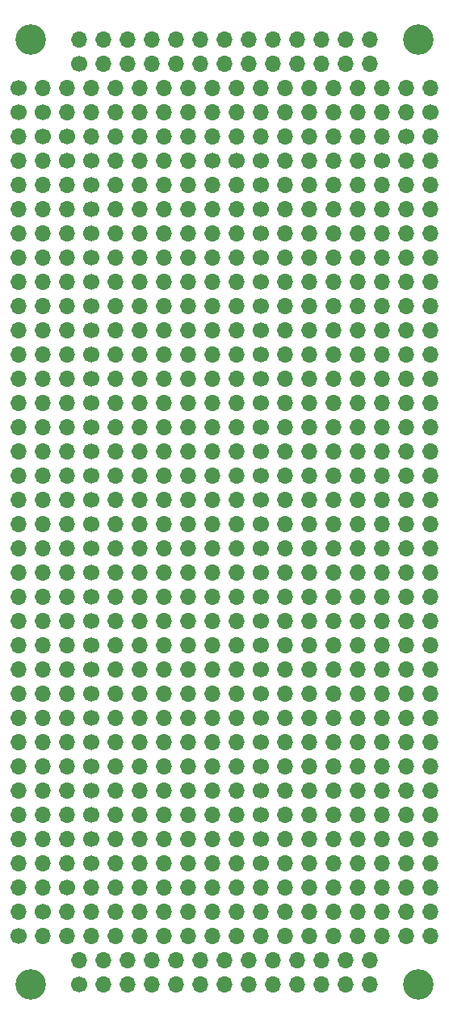
<source format=gbr>
%TF.GenerationSoftware,KiCad,Pcbnew,(6.0.5)*%
%TF.CreationDate,2022-09-13T18:20:42-04:00*%
%TF.ProjectId,protoboard,70726f74-6f62-46f6-9172-642e6b696361,0.1*%
%TF.SameCoordinates,Original*%
%TF.FileFunction,Soldermask,Bot*%
%TF.FilePolarity,Negative*%
%FSLAX46Y46*%
G04 Gerber Fmt 4.6, Leading zero omitted, Abs format (unit mm)*
G04 Created by KiCad (PCBNEW (6.0.5)) date 2022-09-13 18:20:42*
%MOMM*%
%LPD*%
G01*
G04 APERTURE LIST*
%ADD10C,1.700000*%
%ADD11O,1.700000X1.700000*%
%ADD12C,3.200000*%
G04 APERTURE END LIST*
D10*
%TO.C,J42*%
X116840000Y-111760000D03*
D11*
X119380000Y-111760000D03*
X121920000Y-111760000D03*
X124460000Y-111760000D03*
X127000000Y-111760000D03*
%TD*%
D10*
%TO.C,J5*%
X116840000Y-114300000D03*
D11*
X119380000Y-114300000D03*
X121920000Y-114300000D03*
X124460000Y-114300000D03*
X127000000Y-114300000D03*
%TD*%
D10*
%TO.C,J27*%
X134620000Y-142240000D03*
D11*
X137160000Y-142240000D03*
X139700000Y-142240000D03*
X142240000Y-142240000D03*
X144780000Y-142240000D03*
%TD*%
D10*
%TO.C,J9*%
X134620000Y-124460000D03*
D11*
X137160000Y-124460000D03*
X139700000Y-124460000D03*
X142240000Y-124460000D03*
X144780000Y-124460000D03*
%TD*%
D10*
%TO.C,J60*%
X134620000Y-121920000D03*
D11*
X137160000Y-121920000D03*
X139700000Y-121920000D03*
X142240000Y-121920000D03*
X144780000Y-121920000D03*
%TD*%
D12*
%TO.C,H4*%
X151130000Y-154940000D03*
%TD*%
D10*
%TO.C,J47*%
X134620000Y-78740000D03*
D11*
X137160000Y-78740000D03*
X139700000Y-78740000D03*
X142240000Y-78740000D03*
X144780000Y-78740000D03*
%TD*%
D10*
%TO.C,J34*%
X134620000Y-104140000D03*
D11*
X137160000Y-104140000D03*
X139700000Y-104140000D03*
X142240000Y-104140000D03*
X144780000Y-104140000D03*
%TD*%
D10*
%TO.C,J23*%
X116840000Y-101600000D03*
D11*
X119380000Y-101600000D03*
X121920000Y-101600000D03*
X124460000Y-101600000D03*
X127000000Y-101600000D03*
%TD*%
D10*
%TO.C,J53*%
X116840000Y-132080000D03*
D11*
X119380000Y-132080000D03*
X121920000Y-132080000D03*
X124460000Y-132080000D03*
X127000000Y-132080000D03*
%TD*%
D10*
%TO.C,J68*%
X109220000Y-63500000D03*
D11*
X109220000Y-66040000D03*
X109220000Y-68580000D03*
X109220000Y-71120000D03*
X109220000Y-73660000D03*
X109220000Y-76200000D03*
X109220000Y-78740000D03*
X109220000Y-81280000D03*
X109220000Y-83820000D03*
X109220000Y-86360000D03*
X109220000Y-88900000D03*
X109220000Y-91440000D03*
X109220000Y-93980000D03*
X109220000Y-96520000D03*
X109220000Y-99060000D03*
X109220000Y-101600000D03*
X109220000Y-104140000D03*
X109220000Y-106680000D03*
X109220000Y-109220000D03*
X109220000Y-111760000D03*
X109220000Y-114300000D03*
X109220000Y-116840000D03*
X109220000Y-119380000D03*
X109220000Y-121920000D03*
X109220000Y-124460000D03*
X109220000Y-127000000D03*
X109220000Y-129540000D03*
X109220000Y-132080000D03*
X109220000Y-134620000D03*
X109220000Y-137160000D03*
X109220000Y-139700000D03*
X109220000Y-142240000D03*
X109220000Y-144780000D03*
X109220000Y-147320000D03*
%TD*%
D10*
%TO.C,J8*%
X116840000Y-73660000D03*
D11*
X119380000Y-73660000D03*
X121920000Y-73660000D03*
X124460000Y-73660000D03*
X127000000Y-73660000D03*
%TD*%
D10*
%TO.C,J20*%
X134620000Y-99060000D03*
D11*
X137160000Y-99060000D03*
X139700000Y-99060000D03*
X142240000Y-99060000D03*
X144780000Y-99060000D03*
%TD*%
D10*
%TO.C,J62*%
X147320000Y-68580000D03*
D11*
X147320000Y-71120000D03*
X147320000Y-73660000D03*
X147320000Y-76200000D03*
X147320000Y-78740000D03*
X147320000Y-81280000D03*
X147320000Y-83820000D03*
X147320000Y-86360000D03*
X147320000Y-88900000D03*
X147320000Y-91440000D03*
X147320000Y-93980000D03*
X147320000Y-96520000D03*
X147320000Y-99060000D03*
X147320000Y-101600000D03*
X147320000Y-104140000D03*
X147320000Y-106680000D03*
X147320000Y-109220000D03*
X147320000Y-111760000D03*
X147320000Y-114300000D03*
X147320000Y-116840000D03*
X147320000Y-119380000D03*
X147320000Y-121920000D03*
X147320000Y-124460000D03*
X147320000Y-127000000D03*
X147320000Y-129540000D03*
X147320000Y-132080000D03*
X147320000Y-134620000D03*
X147320000Y-137160000D03*
X147320000Y-139700000D03*
X147320000Y-142240000D03*
%TD*%
D10*
%TO.C,J49*%
X116840000Y-119380000D03*
D11*
X119380000Y-119380000D03*
X121920000Y-119380000D03*
X124460000Y-119380000D03*
X127000000Y-119380000D03*
%TD*%
D10*
%TO.C,J48*%
X116840000Y-91440000D03*
D11*
X119380000Y-91440000D03*
X121920000Y-91440000D03*
X124460000Y-91440000D03*
X127000000Y-91440000D03*
%TD*%
D10*
%TO.C,J64*%
X132080000Y-68580000D03*
D11*
X132080000Y-71120000D03*
X132080000Y-73660000D03*
X132080000Y-76200000D03*
X132080000Y-78740000D03*
X132080000Y-81280000D03*
X132080000Y-83820000D03*
X132080000Y-86360000D03*
X132080000Y-88900000D03*
X132080000Y-91440000D03*
X132080000Y-93980000D03*
X132080000Y-96520000D03*
X132080000Y-99060000D03*
X132080000Y-101600000D03*
X132080000Y-104140000D03*
X132080000Y-106680000D03*
X132080000Y-109220000D03*
X132080000Y-111760000D03*
X132080000Y-114300000D03*
X132080000Y-116840000D03*
X132080000Y-119380000D03*
X132080000Y-121920000D03*
X132080000Y-124460000D03*
X132080000Y-127000000D03*
X132080000Y-129540000D03*
X132080000Y-132080000D03*
X132080000Y-134620000D03*
X132080000Y-137160000D03*
X132080000Y-139700000D03*
X132080000Y-142240000D03*
%TD*%
D10*
%TO.C,J29*%
X116840000Y-104140000D03*
D11*
X119380000Y-104140000D03*
X121920000Y-104140000D03*
X124460000Y-104140000D03*
X127000000Y-104140000D03*
%TD*%
D10*
%TO.C,J6*%
X116840000Y-96520000D03*
D11*
X119380000Y-96520000D03*
X121920000Y-96520000D03*
X124460000Y-96520000D03*
X127000000Y-96520000D03*
%TD*%
D10*
%TO.C,J2*%
X116840000Y-109220000D03*
D11*
X119380000Y-109220000D03*
X121920000Y-109220000D03*
X124460000Y-109220000D03*
X127000000Y-109220000D03*
%TD*%
D10*
%TO.C,J59*%
X134620000Y-91440000D03*
D11*
X137160000Y-91440000D03*
X139700000Y-91440000D03*
X142240000Y-91440000D03*
X144780000Y-91440000D03*
%TD*%
D10*
%TO.C,J25*%
X134620000Y-83820000D03*
D11*
X137160000Y-83820000D03*
X139700000Y-83820000D03*
X142240000Y-83820000D03*
X144780000Y-83820000D03*
%TD*%
D10*
%TO.C,J57*%
X134620000Y-129540000D03*
D11*
X137160000Y-129540000D03*
X139700000Y-129540000D03*
X142240000Y-129540000D03*
X144780000Y-129540000D03*
%TD*%
D10*
%TO.C,J72*%
X111760000Y-147320000D03*
D11*
X114300000Y-147320000D03*
X116840000Y-147320000D03*
X119380000Y-147320000D03*
X121920000Y-147320000D03*
X124460000Y-147320000D03*
X127000000Y-147320000D03*
X129540000Y-147320000D03*
X132080000Y-147320000D03*
X134620000Y-147320000D03*
X137160000Y-147320000D03*
X139700000Y-147320000D03*
X142240000Y-147320000D03*
X144780000Y-147320000D03*
X147320000Y-147320000D03*
X149860000Y-147320000D03*
%TD*%
D10*
%TO.C,J50*%
X116840000Y-78740000D03*
D11*
X119380000Y-78740000D03*
X121920000Y-78740000D03*
X124460000Y-78740000D03*
X127000000Y-78740000D03*
%TD*%
D10*
%TO.C,J16*%
X134620000Y-111760000D03*
D11*
X137160000Y-111760000D03*
X139700000Y-111760000D03*
X142240000Y-111760000D03*
X144780000Y-111760000D03*
%TD*%
D10*
%TO.C,J69*%
X109220000Y-60960000D03*
D11*
X111760000Y-60960000D03*
X114300000Y-60960000D03*
X116840000Y-60960000D03*
X119380000Y-60960000D03*
X121920000Y-60960000D03*
X124460000Y-60960000D03*
X127000000Y-60960000D03*
X129540000Y-60960000D03*
X132080000Y-60960000D03*
X134620000Y-60960000D03*
X137160000Y-60960000D03*
X139700000Y-60960000D03*
X142240000Y-60960000D03*
X144780000Y-60960000D03*
X147320000Y-60960000D03*
X149860000Y-60960000D03*
X152400000Y-60960000D03*
%TD*%
D10*
%TO.C,J67*%
X152400000Y-63500000D03*
D11*
X152400000Y-66040000D03*
X152400000Y-68580000D03*
X152400000Y-71120000D03*
X152400000Y-73660000D03*
X152400000Y-76200000D03*
X152400000Y-78740000D03*
X152400000Y-81280000D03*
X152400000Y-83820000D03*
X152400000Y-86360000D03*
X152400000Y-88900000D03*
X152400000Y-91440000D03*
X152400000Y-93980000D03*
X152400000Y-96520000D03*
X152400000Y-99060000D03*
X152400000Y-101600000D03*
X152400000Y-104140000D03*
X152400000Y-106680000D03*
X152400000Y-109220000D03*
X152400000Y-111760000D03*
X152400000Y-114300000D03*
X152400000Y-116840000D03*
X152400000Y-119380000D03*
X152400000Y-121920000D03*
X152400000Y-124460000D03*
X152400000Y-127000000D03*
X152400000Y-129540000D03*
X152400000Y-132080000D03*
X152400000Y-134620000D03*
X152400000Y-137160000D03*
X152400000Y-139700000D03*
X152400000Y-142240000D03*
X152400000Y-144780000D03*
X152400000Y-147320000D03*
%TD*%
D10*
%TO.C,J71*%
X111760000Y-63500000D03*
D11*
X114300000Y-63500000D03*
X116840000Y-63500000D03*
X119380000Y-63500000D03*
X121920000Y-63500000D03*
X124460000Y-63500000D03*
X127000000Y-63500000D03*
X129540000Y-63500000D03*
X132080000Y-63500000D03*
X134620000Y-63500000D03*
X137160000Y-63500000D03*
X139700000Y-63500000D03*
X142240000Y-63500000D03*
X144780000Y-63500000D03*
X147320000Y-63500000D03*
X149860000Y-63500000D03*
%TD*%
D10*
%TO.C,J10*%
X134620000Y-101600000D03*
D11*
X137160000Y-101600000D03*
X139700000Y-101600000D03*
X142240000Y-101600000D03*
X144780000Y-101600000D03*
%TD*%
D10*
%TO.C,J17*%
X116840000Y-93980000D03*
D11*
X119380000Y-93980000D03*
X121920000Y-93980000D03*
X124460000Y-93980000D03*
X127000000Y-93980000D03*
%TD*%
D12*
%TO.C,H3*%
X151130000Y-55880000D03*
%TD*%
D10*
%TO.C,J56*%
X134620000Y-137160000D03*
D11*
X137160000Y-137160000D03*
X139700000Y-137160000D03*
X142240000Y-137160000D03*
X144780000Y-137160000D03*
%TD*%
D12*
%TO.C,H2*%
X110490000Y-55880000D03*
%TD*%
D10*
%TO.C,J41*%
X116840000Y-142240000D03*
D11*
X119380000Y-142240000D03*
X121920000Y-142240000D03*
X124460000Y-142240000D03*
X127000000Y-142240000D03*
%TD*%
D10*
%TO.C,J43*%
X134620000Y-119380000D03*
D11*
X137160000Y-119380000D03*
X139700000Y-119380000D03*
X142240000Y-119380000D03*
X144780000Y-119380000D03*
%TD*%
D10*
%TO.C,J21*%
X116840000Y-106680000D03*
D11*
X119380000Y-106680000D03*
X121920000Y-106680000D03*
X124460000Y-106680000D03*
X127000000Y-106680000D03*
%TD*%
D10*
%TO.C,J75*%
X115570000Y-154940000D03*
D11*
X115570000Y-152400000D03*
X118110000Y-154940000D03*
X118110000Y-152400000D03*
X120650000Y-154940000D03*
X120650000Y-152400000D03*
X123190000Y-154940000D03*
X123190000Y-152400000D03*
X125730000Y-154940000D03*
X125730000Y-152400000D03*
X128270000Y-154940000D03*
X128270000Y-152400000D03*
X130810000Y-154940000D03*
X130810000Y-152400000D03*
X133350000Y-154940000D03*
X133350000Y-152400000D03*
X135890000Y-154940000D03*
X135890000Y-152400000D03*
X138430000Y-154940000D03*
X138430000Y-152400000D03*
X140970000Y-154940000D03*
X140970000Y-152400000D03*
X143510000Y-154940000D03*
X143510000Y-152400000D03*
X146050000Y-154940000D03*
X146050000Y-152400000D03*
%TD*%
D10*
%TO.C,J39*%
X116840000Y-81280000D03*
D11*
X119380000Y-81280000D03*
X121920000Y-81280000D03*
X124460000Y-81280000D03*
X127000000Y-81280000D03*
%TD*%
D10*
%TO.C,J44*%
X116840000Y-139700000D03*
D11*
X119380000Y-139700000D03*
X121920000Y-139700000D03*
X124460000Y-139700000D03*
X127000000Y-139700000D03*
%TD*%
D10*
%TO.C,J19*%
X116840000Y-134620000D03*
D11*
X119380000Y-134620000D03*
X121920000Y-134620000D03*
X124460000Y-134620000D03*
X127000000Y-134620000D03*
%TD*%
D10*
%TO.C,J40*%
X134620000Y-88900000D03*
D11*
X137160000Y-88900000D03*
X139700000Y-88900000D03*
X142240000Y-88900000D03*
X144780000Y-88900000D03*
%TD*%
D10*
%TO.C,J1*%
X116840000Y-116840000D03*
D11*
X119380000Y-116840000D03*
X121920000Y-116840000D03*
X124460000Y-116840000D03*
X127000000Y-116840000D03*
%TD*%
D10*
%TO.C,J70*%
X109220000Y-149860000D03*
D11*
X111760000Y-149860000D03*
X114300000Y-149860000D03*
X116840000Y-149860000D03*
X119380000Y-149860000D03*
X121920000Y-149860000D03*
X124460000Y-149860000D03*
X127000000Y-149860000D03*
X129540000Y-149860000D03*
X132080000Y-149860000D03*
X134620000Y-149860000D03*
X137160000Y-149860000D03*
X139700000Y-149860000D03*
X142240000Y-149860000D03*
X144780000Y-149860000D03*
X147320000Y-149860000D03*
X149860000Y-149860000D03*
X152400000Y-149860000D03*
%TD*%
D12*
%TO.C,H1*%
X110490000Y-154940000D03*
%TD*%
D10*
%TO.C,J28*%
X116840000Y-137160000D03*
D11*
X119380000Y-137160000D03*
X121920000Y-137160000D03*
X124460000Y-137160000D03*
X127000000Y-137160000D03*
%TD*%
D10*
%TO.C,J46*%
X116840000Y-86360000D03*
D11*
X119380000Y-86360000D03*
X121920000Y-86360000D03*
X124460000Y-86360000D03*
X127000000Y-86360000D03*
%TD*%
D10*
%TO.C,J61*%
X114300000Y-68580000D03*
D11*
X114300000Y-71120000D03*
X114300000Y-73660000D03*
X114300000Y-76200000D03*
X114300000Y-78740000D03*
X114300000Y-81280000D03*
X114300000Y-83820000D03*
X114300000Y-86360000D03*
X114300000Y-88900000D03*
X114300000Y-91440000D03*
X114300000Y-93980000D03*
X114300000Y-96520000D03*
X114300000Y-99060000D03*
X114300000Y-101600000D03*
X114300000Y-104140000D03*
X114300000Y-106680000D03*
X114300000Y-109220000D03*
X114300000Y-111760000D03*
X114300000Y-114300000D03*
X114300000Y-116840000D03*
X114300000Y-119380000D03*
X114300000Y-121920000D03*
X114300000Y-124460000D03*
X114300000Y-127000000D03*
X114300000Y-129540000D03*
X114300000Y-132080000D03*
X114300000Y-134620000D03*
X114300000Y-137160000D03*
X114300000Y-139700000D03*
X114300000Y-142240000D03*
%TD*%
D10*
%TO.C,J3*%
X134620000Y-93980000D03*
D11*
X137160000Y-93980000D03*
X139700000Y-93980000D03*
X142240000Y-93980000D03*
X144780000Y-93980000D03*
%TD*%
D10*
%TO.C,J36*%
X116840000Y-71120000D03*
D11*
X119380000Y-71120000D03*
X121920000Y-71120000D03*
X124460000Y-71120000D03*
X127000000Y-71120000D03*
%TD*%
D10*
%TO.C,J58*%
X116840000Y-88900000D03*
D11*
X119380000Y-88900000D03*
X121920000Y-88900000D03*
X124460000Y-88900000D03*
X127000000Y-88900000D03*
%TD*%
D10*
%TO.C,J30*%
X134620000Y-76200000D03*
D11*
X137160000Y-76200000D03*
X139700000Y-76200000D03*
X142240000Y-76200000D03*
X144780000Y-76200000D03*
%TD*%
D10*
%TO.C,J73*%
X114300000Y-66040000D03*
D11*
X116840000Y-66040000D03*
X119380000Y-66040000D03*
X121920000Y-66040000D03*
X124460000Y-66040000D03*
X127000000Y-66040000D03*
X129540000Y-66040000D03*
X132080000Y-66040000D03*
X134620000Y-66040000D03*
X137160000Y-66040000D03*
X139700000Y-66040000D03*
X142240000Y-66040000D03*
X144780000Y-66040000D03*
X147320000Y-66040000D03*
%TD*%
D10*
%TO.C,J55*%
X116840000Y-68580000D03*
D11*
X119380000Y-68580000D03*
X121920000Y-68580000D03*
X124460000Y-68580000D03*
X127000000Y-68580000D03*
%TD*%
D10*
%TO.C,J38*%
X116840000Y-121920000D03*
D11*
X119380000Y-121920000D03*
X121920000Y-121920000D03*
X124460000Y-121920000D03*
X127000000Y-121920000D03*
%TD*%
D10*
%TO.C,J33*%
X134620000Y-73660000D03*
D11*
X137160000Y-73660000D03*
X139700000Y-73660000D03*
X142240000Y-73660000D03*
X144780000Y-73660000D03*
%TD*%
D10*
%TO.C,J35*%
X134620000Y-86360000D03*
D11*
X137160000Y-86360000D03*
X139700000Y-86360000D03*
X142240000Y-86360000D03*
X144780000Y-86360000D03*
%TD*%
D10*
%TO.C,J12*%
X134620000Y-127000000D03*
D11*
X137160000Y-127000000D03*
X139700000Y-127000000D03*
X142240000Y-127000000D03*
X144780000Y-127000000D03*
%TD*%
D10*
%TO.C,J13*%
X116840000Y-129540000D03*
D11*
X119380000Y-129540000D03*
X121920000Y-129540000D03*
X124460000Y-129540000D03*
X127000000Y-129540000D03*
%TD*%
D10*
%TO.C,J18*%
X116840000Y-76200000D03*
D11*
X119380000Y-76200000D03*
X121920000Y-76200000D03*
X124460000Y-76200000D03*
X127000000Y-76200000D03*
%TD*%
D10*
%TO.C,J7*%
X134620000Y-116840000D03*
D11*
X137160000Y-116840000D03*
X139700000Y-116840000D03*
X142240000Y-116840000D03*
X144780000Y-116840000D03*
%TD*%
D10*
%TO.C,J31*%
X134620000Y-114300000D03*
D11*
X137160000Y-114300000D03*
X139700000Y-114300000D03*
X142240000Y-114300000D03*
X144780000Y-114300000D03*
%TD*%
D10*
%TO.C,J51*%
X134620000Y-68580000D03*
D11*
X137160000Y-68580000D03*
X139700000Y-68580000D03*
X142240000Y-68580000D03*
X144780000Y-68580000D03*
%TD*%
D10*
%TO.C,J52*%
X134620000Y-109220000D03*
D11*
X137160000Y-109220000D03*
X139700000Y-109220000D03*
X142240000Y-109220000D03*
X144780000Y-109220000D03*
%TD*%
D10*
%TO.C,J24*%
X116840000Y-124460000D03*
D11*
X119380000Y-124460000D03*
X121920000Y-124460000D03*
X124460000Y-124460000D03*
X127000000Y-124460000D03*
%TD*%
D10*
%TO.C,J37*%
X134620000Y-81280000D03*
D11*
X137160000Y-81280000D03*
X139700000Y-81280000D03*
X142240000Y-81280000D03*
X144780000Y-81280000D03*
%TD*%
D10*
%TO.C,J66*%
X111760000Y-66040000D03*
D11*
X111760000Y-68580000D03*
X111760000Y-71120000D03*
X111760000Y-73660000D03*
X111760000Y-76200000D03*
X111760000Y-78740000D03*
X111760000Y-81280000D03*
X111760000Y-83820000D03*
X111760000Y-86360000D03*
X111760000Y-88900000D03*
X111760000Y-91440000D03*
X111760000Y-93980000D03*
X111760000Y-96520000D03*
X111760000Y-99060000D03*
X111760000Y-101600000D03*
X111760000Y-104140000D03*
X111760000Y-106680000D03*
X111760000Y-109220000D03*
X111760000Y-111760000D03*
X111760000Y-114300000D03*
X111760000Y-116840000D03*
X111760000Y-119380000D03*
X111760000Y-121920000D03*
X111760000Y-124460000D03*
X111760000Y-127000000D03*
X111760000Y-129540000D03*
X111760000Y-132080000D03*
X111760000Y-134620000D03*
X111760000Y-137160000D03*
X111760000Y-139700000D03*
X111760000Y-142240000D03*
X111760000Y-144780000D03*
%TD*%
D10*
%TO.C,J63*%
X129540000Y-68580000D03*
D11*
X129540000Y-71120000D03*
X129540000Y-73660000D03*
X129540000Y-76200000D03*
X129540000Y-78740000D03*
X129540000Y-81280000D03*
X129540000Y-83820000D03*
X129540000Y-86360000D03*
X129540000Y-88900000D03*
X129540000Y-91440000D03*
X129540000Y-93980000D03*
X129540000Y-96520000D03*
X129540000Y-99060000D03*
X129540000Y-101600000D03*
X129540000Y-104140000D03*
X129540000Y-106680000D03*
X129540000Y-109220000D03*
X129540000Y-111760000D03*
X129540000Y-114300000D03*
X129540000Y-116840000D03*
X129540000Y-119380000D03*
X129540000Y-121920000D03*
X129540000Y-124460000D03*
X129540000Y-127000000D03*
X129540000Y-129540000D03*
X129540000Y-132080000D03*
X129540000Y-134620000D03*
X129540000Y-137160000D03*
X129540000Y-139700000D03*
X129540000Y-142240000D03*
%TD*%
D10*
%TO.C,J11*%
X134620000Y-134620000D03*
D11*
X137160000Y-134620000D03*
X139700000Y-134620000D03*
X142240000Y-134620000D03*
X144780000Y-134620000D03*
%TD*%
D10*
%TO.C,J4*%
X116840000Y-99060000D03*
D11*
X119380000Y-99060000D03*
X121920000Y-99060000D03*
X124460000Y-99060000D03*
X127000000Y-99060000D03*
%TD*%
D10*
%TO.C,J65*%
X149860000Y-66040000D03*
D11*
X149860000Y-68580000D03*
X149860000Y-71120000D03*
X149860000Y-73660000D03*
X149860000Y-76200000D03*
X149860000Y-78740000D03*
X149860000Y-81280000D03*
X149860000Y-83820000D03*
X149860000Y-86360000D03*
X149860000Y-88900000D03*
X149860000Y-91440000D03*
X149860000Y-93980000D03*
X149860000Y-96520000D03*
X149860000Y-99060000D03*
X149860000Y-101600000D03*
X149860000Y-104140000D03*
X149860000Y-106680000D03*
X149860000Y-109220000D03*
X149860000Y-111760000D03*
X149860000Y-114300000D03*
X149860000Y-116840000D03*
X149860000Y-119380000D03*
X149860000Y-121920000D03*
X149860000Y-124460000D03*
X149860000Y-127000000D03*
X149860000Y-129540000D03*
X149860000Y-132080000D03*
X149860000Y-134620000D03*
X149860000Y-137160000D03*
X149860000Y-139700000D03*
X149860000Y-142240000D03*
X149860000Y-144780000D03*
%TD*%
D10*
%TO.C,J14*%
X134620000Y-132080000D03*
D11*
X137160000Y-132080000D03*
X139700000Y-132080000D03*
X142240000Y-132080000D03*
X144780000Y-132080000D03*
%TD*%
D10*
%TO.C,J15*%
X134620000Y-139700000D03*
D11*
X137160000Y-139700000D03*
X139700000Y-139700000D03*
X142240000Y-139700000D03*
X144780000Y-139700000D03*
%TD*%
D10*
%TO.C,J54*%
X134620000Y-96520000D03*
D11*
X137160000Y-96520000D03*
X139700000Y-96520000D03*
X142240000Y-96520000D03*
X144780000Y-96520000D03*
%TD*%
D10*
%TO.C,J76*%
X115570000Y-58420000D03*
D11*
X115570000Y-55880000D03*
X118110000Y-58420000D03*
X118110000Y-55880000D03*
X120650000Y-58420000D03*
X120650000Y-55880000D03*
X123190000Y-58420000D03*
X123190000Y-55880000D03*
X125730000Y-58420000D03*
X125730000Y-55880000D03*
X128270000Y-58420000D03*
X128270000Y-55880000D03*
X130810000Y-58420000D03*
X130810000Y-55880000D03*
X133350000Y-58420000D03*
X133350000Y-55880000D03*
X135890000Y-58420000D03*
X135890000Y-55880000D03*
X138430000Y-58420000D03*
X138430000Y-55880000D03*
X140970000Y-58420000D03*
X140970000Y-55880000D03*
X143510000Y-58420000D03*
X143510000Y-55880000D03*
X146050000Y-58420000D03*
X146050000Y-55880000D03*
%TD*%
D10*
%TO.C,J22*%
X116840000Y-83820000D03*
D11*
X119380000Y-83820000D03*
X121920000Y-83820000D03*
X124460000Y-83820000D03*
X127000000Y-83820000D03*
%TD*%
D10*
%TO.C,J32*%
X134620000Y-106680000D03*
D11*
X137160000Y-106680000D03*
X139700000Y-106680000D03*
X142240000Y-106680000D03*
X144780000Y-106680000D03*
%TD*%
D10*
%TO.C,J26*%
X134620000Y-71120000D03*
D11*
X137160000Y-71120000D03*
X139700000Y-71120000D03*
X142240000Y-71120000D03*
X144780000Y-71120000D03*
%TD*%
D10*
%TO.C,J74*%
X114300000Y-144780000D03*
D11*
X116840000Y-144780000D03*
X119380000Y-144780000D03*
X121920000Y-144780000D03*
X124460000Y-144780000D03*
X127000000Y-144780000D03*
X129540000Y-144780000D03*
X132080000Y-144780000D03*
X134620000Y-144780000D03*
X137160000Y-144780000D03*
X139700000Y-144780000D03*
X142240000Y-144780000D03*
X144780000Y-144780000D03*
X147320000Y-144780000D03*
%TD*%
D10*
%TO.C,J45*%
X116840000Y-127000000D03*
D11*
X119380000Y-127000000D03*
X121920000Y-127000000D03*
X124460000Y-127000000D03*
X127000000Y-127000000D03*
%TD*%
M02*

</source>
